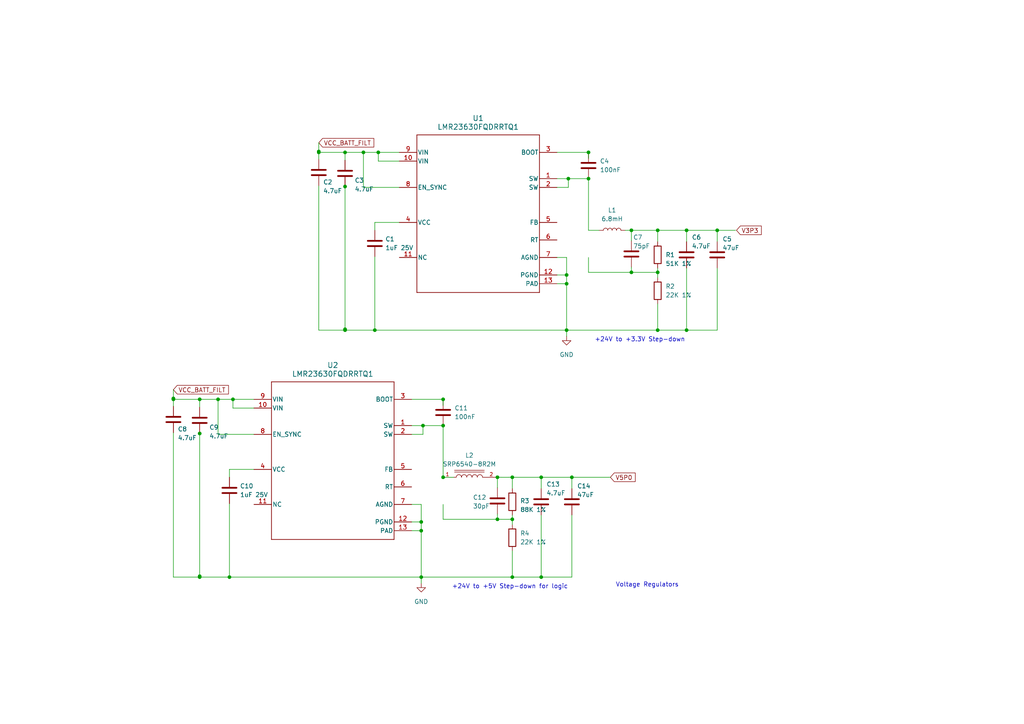
<source format=kicad_sch>
(kicad_sch (version 20230121) (generator eeschema)
  (paper "A4")
  (lib_symbols
    (symbol "Analog:SRP6540-8R2M" (pin_names (offset 1.016))
      (property "Reference" "L" (at -5.0891 3.8168 0))
      (property "Value" "SRP6540-8R2M" (at -4.7813 -3.8577 0))
      (symbol "SRP6540-8R2M_0_0"
        (arc (start -2.286 0) (mid -3.048 0.7587) (end -3.81 0) (stroke (width 0.1524)))
        (arc (start -0.762 0) (mid -1.524 0.7587) (end -2.286 0) (stroke (width 0.1524)))
        (polyline (pts (xy -3.81 0) (xy -5.08 0)) (stroke (width 0.1524)))
        (polyline (pts (xy 3.81 0) (xy 5.08 0)) (stroke (width 0.1524)))
        (polyline (pts (xy 4.318 1.524) (xy -4.318 1.524)) (stroke (width 0.1524)))
        (polyline (pts (xy 4.318 2.032) (xy -4.318 2.032)) (stroke (width 0.1524)))
        (arc (start 0.762 0) (mid 0 0.7587) (end -0.762 0) (stroke (width 0.1524)))
        (arc (start 2.286 0) (mid 1.524 0.7587) (end 0.762 0) (stroke (width 0.1524)))
        (arc (start 3.81 0) (mid 3.048 0.7587) (end 2.286 0) (stroke (width 0.1524)))
        (pin passive line (at -7.62 0 0) (length 2.54) (name "~") (number "1"))
        (pin passive line (at 7.62 0 180) (length 2.54) (name "~") (number "2"))
      )
    )
    (symbol "Device:C" (pin_numbers hide) (pin_names (offset 0.254))
      (property "Reference" "C" (at 0.635 2.54 0))
      (property "Value" "C" (at 0.635 -2.54 0))
      (symbol "C_0_1"
        (polyline (pts (xy -2.032 -0.762) (xy 2.032 -0.762)) (stroke (width 0.508)))
        (polyline (pts (xy -2.032 0.762) (xy 2.032 0.762)) (stroke (width 0.508)))
      )
      (symbol "C_1_1"
        (pin passive line (at 0 3.81 270) (length 2.794) (name "~") (number "1"))
        (pin passive line (at 0 -3.81 90) (length 2.794) (name "~") (number "2"))
      )
    )
    (symbol "Device:L" (pin_numbers hide) (pin_names (offset 1.016) hide)
      (property "Reference" "L" (at -1.27 0 90))
      (property "Value" "L" (at 1.905 0 90))
      (symbol "L_0_1"
        (arc (start 0 -2.54) (mid 0.6323 -1.905) (end 0 -1.27))
        (arc (start 0 -1.27) (mid 0.6323 -0.635) (end 0 0))
        (arc (start 0 0) (mid 0.6323 0.635) (end 0 1.27))
        (arc (start 0 1.27) (mid 0.6323 1.905) (end 0 2.54))
      )
      (symbol "L_1_1"
        (pin passive line (at 0 3.81 270) (length 1.27) (name "1") (number "1"))
        (pin passive line (at 0 -3.81 90) (length 1.27) (name "2") (number "2"))
      )
    )
    (symbol "Device:R" (pin_numbers hide) (pin_names (offset 0))
      (property "Reference" "R" (at 2.032 0 90))
      (property "Value" "R" (at 0 0 90))
      (symbol "R_0_1"
        (rectangle (start -1.016 -2.54) (end 1.016 2.54) (stroke (width 0.254)))
      )
      (symbol "R_1_1"
        (pin passive line (at 0 3.81 270) (length 1.27) (name "~") (number "1"))
        (pin passive line (at 0 -3.81 90) (length 1.27) (name "~") (number "2"))
      )
    )
    (symbol "Power_Management:LMR23630FQDRRTQ1" (pin_names (offset 0.254))
      (property "Reference" "U" (at 0 2.54 0))
      (property "Value" "LMR23630FQDRRTQ1" (at 0 0 0))
      (symbol "LMR23630FQDRRTQ1_0_1"
        (polyline (pts (xy -17.78 -22.86) (xy 17.78 -22.86)) (stroke (width 0.2032)))
        (polyline (pts (xy -17.78 22.86) (xy -17.78 -22.86)) (stroke (width 0.2032)))
        (polyline (pts (xy 17.78 -22.86) (xy 17.78 22.86)) (stroke (width 0.2032)))
        (polyline (pts (xy 17.78 22.86) (xy -17.78 22.86)) (stroke (width 0.2032)))
        (pin power_in line (at 22.86 10.16 180) (length 5.08) (name "SW") (number "1"))
        (pin power_in line (at -22.86 15.24 0) (length 5.08) (name "VIN") (number "10"))
        (pin power_in line (at -22.86 -12.7 0) (length 5.08) (name "NC") (number "11"))
        (pin power_in line (at 22.86 -17.78 180) (length 5.08) (name "PGND") (number "12"))
        (pin power_in line (at 22.86 -20.32 180) (length 5.08) (name "PAD") (number "13"))
        (pin power_in line (at 22.86 7.62 180) (length 5.08) (name "SW") (number "2"))
        (pin power_in line (at 22.86 17.78 180) (length 5.08) (name "BOOT") (number "3"))
        (pin power_in line (at -22.86 -2.54 0) (length 5.08) (name "VCC") (number "4"))
        (pin input line (at 22.86 -2.54 180) (length 5.08) (name "FB") (number "5"))
        (pin unspecified line (at 22.86 -7.62 180) (length 5.08) (name "RT") (number "6"))
        (pin power_in line (at 22.86 -12.7 180) (length 5.08) (name "AGND") (number "7"))
        (pin power_in line (at -22.86 7.62 0) (length 5.08) (name "EN_SYNC") (number "8"))
        (pin power_in line (at -22.86 17.78 0) (length 5.08) (name "VIN") (number "9"))
      )
    )
    (symbol "power:GND" (power) (pin_names (offset 0))
      (property "Value" "GND" (at 0 -3.81 0))
      (symbol "GND_0_1"
        (polyline (pts (xy 0 0) (xy 0 -1.27) (xy 1.27 -1.27) (xy 0 -2.54) (xy -1.27 -1.27) (xy 0 -1.27)))
      )
      (symbol "GND_1_1"
        (pin power_in line (at 0 0 270) (length 0) hide (name "GND") (number "1"))
      )
    )
  )
  (junction (at 165.862 138.43))
  (junction (at 122.682 123.444))
  (junction (at 199.136 66.802))
  (junction (at 109.728 44.196))
  (junction (at 66.548 167.386))
  (junction (at 100.076 44.196))
  (junction (at 148.59 167.386))
  (junction (at 190.754 78.994))
  (junction (at 122.174 153.924))
  (junction (at 128.524 115.824))
  (junction (at 128.524 123.444))
  (junction (at 208.026 66.802))
  (junction (at 156.972 167.386))
  (junction (at 100.076 95.758))
  (junction (at 164.338 79.756))
  (junction (at 190.754 66.802))
  (junction (at 164.338 82.296))
  (junction (at 105.41 44.196))
  (junction (at 144.272 150.622))
  (junction (at 148.59 138.43))
  (junction (at 67.564 115.824))
  (junction (at 190.754 95.758))
  (junction (at 199.136 95.758))
  (junction (at 144.272 138.43))
  (junction (at 164.338 95.758))
  (junction (at 57.912 125.73))
  (junction (at 170.688 44.196))
  (junction (at 164.846 51.816))
  (junction (at 148.59 150.622))
  (junction (at 183.134 78.994))
  (junction (at 100.076 95.504))
  (junction (at 128.524 138.43))
  (junction (at 156.972 138.43))
  (junction (at 122.174 151.384))
  (junction (at 100.076 54.102))
  (junction (at 57.912 115.824))
  (junction (at 108.712 95.758))
  (junction (at 183.134 66.802))
  (junction (at 63.246 115.824))
  (junction (at 92.456 44.196))
  (junction (at 122.174 167.386))
  (junction (at 92.456 43.942))
  (junction (at 170.688 51.816))
  (junction (at 50.292 115.57))
  (junction (at 57.912 167.132))
  (junction (at 57.912 167.386))
  (junction (at 50.292 115.824))
  (wire (pts (xy 57.912 115.824) (xy 57.912 118.11)))
  (wire (pts (xy 66.548 167.386) (xy 122.174 167.386)))
  (wire (pts (xy 119.38 115.824) (xy 128.524 115.824)))
  (wire (pts (xy 183.134 78.994) (xy 170.688 78.994)))
  (wire (pts (xy 144.272 149.098) (xy 144.272 150.622)))
  (wire (pts (xy 183.134 66.802) (xy 183.134 69.85)))
  (wire (pts (xy 128.524 123.444) (xy 128.524 138.43)))
  (wire (pts (xy 122.174 167.386) (xy 122.174 169.164)))
  (wire (pts (xy 122.174 167.386) (xy 148.59 167.386)))
  (wire (pts (xy 119.38 151.384) (xy 122.174 151.384)))
  (wire (pts (xy 208.026 66.802) (xy 208.026 70.104)))
  (wire (pts (xy 143.764 138.43) (xy 144.272 138.43)))
  (wire (pts (xy 105.41 44.196) (xy 100.076 44.196)))
  (wire (pts (xy 156.972 149.352) (xy 156.972 167.386)))
  (wire (pts (xy 115.824 54.356) (xy 105.41 54.356)))
  (wire (pts (xy 128.524 115.824) (xy 128.524 117.602)))
  (wire (pts (xy 190.754 66.802) (xy 190.754 70.104)))
  (wire (pts (xy 50.292 167.386) (xy 57.912 167.386)))
  (wire (pts (xy 67.564 115.824) (xy 63.246 115.824)))
  (wire (pts (xy 128.524 138.43) (xy 131.572 138.43)))
  (wire (pts (xy 115.824 64.516) (xy 108.712 64.516)))
  (wire (pts (xy 57.912 167.132) (xy 57.912 167.386)))
  (wire (pts (xy 170.688 74.676) (xy 170.688 78.994)))
  (wire (pts (xy 92.456 41.402) (xy 92.456 43.942)))
  (wire (pts (xy 161.544 82.296) (xy 164.338 82.296)))
  (wire (pts (xy 165.862 138.176) (xy 165.862 138.43)))
  (wire (pts (xy 208.026 66.548) (xy 208.026 66.802)))
  (wire (pts (xy 119.38 146.304) (xy 122.174 146.304)))
  (wire (pts (xy 190.754 95.758) (xy 199.136 95.758)))
  (wire (pts (xy 100.076 44.196) (xy 92.456 44.196)))
  (wire (pts (xy 100.076 54.102) (xy 100.076 95.504)))
  (wire (pts (xy 190.754 78.994) (xy 183.134 78.994)))
  (wire (pts (xy 164.846 51.816) (xy 170.688 51.816)))
  (wire (pts (xy 50.292 113.03) (xy 50.292 115.57)))
  (wire (pts (xy 57.912 125.476) (xy 57.912 125.73)))
  (wire (pts (xy 122.174 151.384) (xy 122.174 153.924)))
  (wire (pts (xy 208.026 66.802) (xy 213.36 66.802)))
  (wire (pts (xy 183.134 66.802) (xy 190.754 66.802)))
  (wire (pts (xy 100.076 95.758) (xy 108.712 95.758)))
  (wire (pts (xy 73.66 136.144) (xy 66.548 136.144)))
  (wire (pts (xy 109.728 44.196) (xy 109.728 46.736)))
  (wire (pts (xy 199.136 66.802) (xy 199.136 70.104)))
  (wire (pts (xy 73.66 118.364) (xy 67.564 118.364)))
  (wire (pts (xy 148.59 159.766) (xy 148.59 167.386)))
  (wire (pts (xy 57.912 125.73) (xy 57.912 167.132)))
  (wire (pts (xy 199.136 95.758) (xy 208.026 95.758)))
  (wire (pts (xy 57.912 167.132) (xy 58.166 167.132)))
  (wire (pts (xy 100.076 53.848) (xy 100.076 54.102)))
  (wire (pts (xy 122.682 123.444) (xy 128.524 123.444)))
  (wire (pts (xy 161.544 74.676) (xy 164.338 74.676)))
  (wire (pts (xy 57.912 167.386) (xy 66.548 167.386)))
  (wire (pts (xy 119.38 125.984) (xy 122.682 125.984)))
  (wire (pts (xy 208.026 77.724) (xy 208.026 95.758)))
  (wire (pts (xy 170.688 66.802) (xy 173.736 66.802)))
  (wire (pts (xy 164.338 74.676) (xy 164.338 79.756)))
  (wire (pts (xy 156.972 138.43) (xy 165.862 138.43)))
  (wire (pts (xy 50.038 115.57) (xy 50.292 115.57)))
  (wire (pts (xy 148.59 138.43) (xy 148.59 141.732)))
  (wire (pts (xy 50.292 115.57) (xy 50.292 115.824)))
  (wire (pts (xy 50.292 115.824) (xy 50.292 117.856)))
  (wire (pts (xy 128.524 123.19) (xy 128.524 123.444)))
  (wire (pts (xy 164.846 54.356) (xy 164.846 51.816)))
  (wire (pts (xy 92.456 44.196) (xy 92.456 46.228)))
  (wire (pts (xy 73.66 115.824) (xy 67.564 115.824)))
  (wire (pts (xy 108.712 95.758) (xy 164.338 95.758)))
  (wire (pts (xy 122.174 146.304) (xy 122.174 151.384)))
  (wire (pts (xy 57.912 115.824) (xy 50.292 115.824)))
  (wire (pts (xy 190.754 78.994) (xy 190.754 80.518)))
  (wire (pts (xy 92.202 43.942) (xy 92.456 43.942)))
  (wire (pts (xy 170.688 44.196) (xy 170.688 45.974)))
  (wire (pts (xy 73.66 125.984) (xy 63.246 125.984)))
  (wire (pts (xy 156.972 138.43) (xy 156.972 141.732)))
  (wire (pts (xy 108.712 74.422) (xy 108.712 95.758)))
  (wire (pts (xy 164.338 79.756) (xy 164.338 82.296)))
  (wire (pts (xy 92.456 43.942) (xy 92.456 44.196)))
  (wire (pts (xy 181.356 66.802) (xy 183.134 66.802)))
  (wire (pts (xy 164.338 95.758) (xy 190.754 95.758)))
  (wire (pts (xy 165.862 138.43) (xy 177.038 138.43)))
  (wire (pts (xy 128.524 150.622) (xy 144.272 150.622)))
  (wire (pts (xy 165.862 149.352) (xy 165.862 167.386)))
  (wire (pts (xy 105.41 54.356) (xy 105.41 44.196)))
  (wire (pts (xy 115.824 46.736) (xy 109.728 46.736)))
  (wire (pts (xy 161.544 44.196) (xy 170.688 44.196)))
  (wire (pts (xy 128.524 146.304) (xy 128.524 150.622)))
  (wire (pts (xy 190.754 88.138) (xy 190.754 95.758)))
  (wire (pts (xy 122.682 125.984) (xy 122.682 123.444)))
  (wire (pts (xy 63.246 115.824) (xy 57.912 115.824)))
  (wire (pts (xy 119.38 153.924) (xy 122.174 153.924)))
  (wire (pts (xy 119.38 123.444) (xy 122.682 123.444)))
  (wire (pts (xy 148.59 167.386) (xy 156.972 167.386)))
  (wire (pts (xy 190.754 66.802) (xy 199.136 66.802)))
  (wire (pts (xy 183.134 77.47) (xy 183.134 78.994)))
  (wire (pts (xy 144.272 138.43) (xy 148.59 138.43)))
  (wire (pts (xy 108.712 64.516) (xy 108.712 66.802)))
  (wire (pts (xy 144.272 150.622) (xy 148.59 150.622)))
  (wire (pts (xy 161.544 51.816) (xy 164.846 51.816)))
  (wire (pts (xy 109.728 44.196) (xy 105.41 44.196)))
  (wire (pts (xy 164.338 95.758) (xy 164.338 97.536)))
  (wire (pts (xy 115.824 44.196) (xy 109.728 44.196)))
  (wire (pts (xy 92.456 95.758) (xy 92.456 53.848)))
  (wire (pts (xy 100.076 95.504) (xy 100.076 95.758)))
  (wire (pts (xy 190.754 77.724) (xy 190.754 78.994)))
  (wire (pts (xy 144.272 138.43) (xy 144.272 141.478)))
  (wire (pts (xy 63.246 125.984) (xy 63.246 115.824)))
  (wire (pts (xy 100.076 95.504) (xy 100.33 95.504)))
  (wire (pts (xy 199.136 66.802) (xy 208.026 66.802)))
  (wire (pts (xy 148.59 138.43) (xy 156.972 138.43)))
  (wire (pts (xy 164.338 82.296) (xy 164.338 95.758)))
  (wire (pts (xy 50.292 167.386) (xy 50.292 125.476)))
  (wire (pts (xy 66.548 146.05) (xy 66.548 167.386)))
  (wire (pts (xy 156.972 167.386) (xy 165.862 167.386)))
  (wire (pts (xy 148.59 150.622) (xy 148.59 152.146)))
  (wire (pts (xy 66.548 136.144) (xy 66.548 138.43)))
  (wire (pts (xy 165.862 138.43) (xy 165.862 141.732)))
  (wire (pts (xy 92.456 95.758) (xy 100.076 95.758)))
  (wire (pts (xy 170.688 51.562) (xy 170.688 51.816)))
  (wire (pts (xy 67.564 115.824) (xy 67.564 118.364)))
  (wire (pts (xy 100.076 44.196) (xy 100.076 46.482)))
  (wire (pts (xy 199.136 77.724) (xy 199.136 95.758)))
  (wire (pts (xy 122.174 153.924) (xy 122.174 167.386)))
  (wire (pts (xy 148.59 149.352) (xy 148.59 150.622)))
  (wire (pts (xy 161.544 79.756) (xy 164.338 79.756)))
  (wire (pts (xy 161.544 54.356) (xy 164.846 54.356)))
  (wire (pts (xy 170.688 51.816) (xy 170.688 66.802)))
  (text "+24V to +3.3V Step-down\n" (at 172.466 99.314 0) (effects (font (size 1.27 1.27)) (justify left bottom)))
  (text "+24V to +5V Step-down for logic" (at 131.064 170.942 0) (effects (font (size 1.27 1.27)) (justify left bottom)))
  (text "Voltage Regulators\n" (at 178.562 170.434 0) (effects (font (size 1.27 1.27)) (justify left bottom)))
  (global_label "V3P3" (shape input) (at 213.614 66.802 0) (property "Intersheetrefs" "${INTERSHEET_REFS}" (effects hide)))
  (global_label "VCC_BATT_FILT" (shape input) (at 92.456 41.402 0) (property "Intersheetrefs" "${INTERSHEET_REFS}" (effects hide)))
  (global_label "VCC_BATT_FILT" (shape input) (at 50.292 113.03 0) (property "Intersheetrefs" "${INTERSHEET_REFS}" (effects hide)))
  (global_label "V5P0" (shape input) (at 177.038 138.43 0) (property "Intersheetrefs" "${INTERSHEET_REFS}" (effects hide)))
  (symbol (lib_id "Device:R") (at 148.59 145.542 0) (unit 1)
    (property "Reference" "R3" (at 150.876 145.288 0) (effects (justify left)))
    (property "Value" "88K 1%" (at 150.876 147.828 0) (effects (justify left)))
  )
  (symbol (lib_id "Device:R") (at 190.754 84.328 0) (unit 1)
    (property "Reference" "R2" (at 193.04 83.058 0) (effects (justify left)))
    (property "Value" "22K 1%" (at 193.04 85.598 0) (effects (justify left)))
  )
  (symbol (lib_id "Power_Management:LMR23630FQDRRTQ1") (at 138.684 61.976 0) (unit 1)
    (property "Reference" "U1" (at 138.684 34.29 0) (effects (font (size 1.524 1.524))))
    (property "Value" "LMR23630FQDRRTQ1" (at 138.684 36.83 0) (effects (font (size 1.524 1.524))))
    (property "Footprint" "DRR0012D" (effects hide))
    (property "Datasheet" "LMR23630FQDRRTQ1" (effects hide))
  )
  (symbol (lib_id "Device:L") (at 177.546 66.802 90) (unit 1)
    (property "Reference" "L1" (at 177.546 60.96 90))
    (property "Value" "6.8mH" (at 177.546 63.5 90))
  )
  (symbol (lib_id "Analog:SRP6540-8R2M") (at 136.144 138.43 0) (unit 1)
    (property "Reference" "L2" (at 136.144 132.08 0))
    (property "Value" "SRP6540-8R2M" (at 136.144 134.62 0))
    (property "Footprint" "SRP6540-8R2M:IND_SRP6540-8R2M" (effects hide))
    (property "MF" "Bourns" (effects hide))
    (property "MOUSER-PURCHASE-URL" "https://snapeda.com/shop?store=Mouser&id=1236997" (effects hide))
    (property "DESCRIPTION" "10µH Shielded Wirewound Inductor 4A 78.5mOhm Max Nonstandard" (effects hide))
    (property "PACKAGE" "Nonstandard Bourns" (effects hide))
    (property "PRICE" "None" (effects hide))
    (property "MP" "SRP6540-100M" (effects hide))
    (property "DIGIKEY-PURCHASE-URL" "https://snapeda.com/shop?store=DigiKey&id=1236997" (effects hide))
    (property "ARROW_ELECTRONICS-PURCHASE-URL" "https://snapeda.com/shop?store=Arrow+Electronics&id=1236997" (effects hide))
    (property "AVAILABILITY" "Good" (effects hide))
  )
  (symbol (lib_id "power:GND") (at 122.174 169.164 0) (unit 1)
    (property "Reference" "#PWR02" (effects hide))
    (property "Value" "GND" (at 122.174 174.498 0))
  )
  (symbol (lib_id "Device:C") (at 100.076 50.292 0) (unit 1)
    (property "Reference" "C3" (at 102.87 52.324 0) (effects (justify left)))
    (property "Value" "4.7uF" (at 102.87 54.864 0) (effects (justify left)))
  )
  (symbol (lib_id "Device:C") (at 156.972 145.542 0) (unit 1)
    (property "Reference" "C13" (at 158.496 140.462 0) (effects (justify left)))
    (property "Value" "4.7uF" (at 158.496 143.002 0) (effects (justify left)))
  )
  (symbol (lib_id "Power_Management:LMR23630FQDRRTQ1") (at 96.52 133.604 0) (unit 1)
    (property "Reference" "U2" (at 96.52 105.918 0) (effects (font (size 1.524 1.524))))
    (property "Value" "LMR23630FQDRRTQ1" (at 96.52 108.458 0) (effects (font (size 1.524 1.524))))
    (property "Footprint" "DRR0012D" (effects hide))
    (property "Datasheet" "LMR23630FQDRRTQ1" (effects hide))
  )
  (symbol (lib_id "Device:C") (at 57.912 121.92 0) (unit 1)
    (property "Reference" "C9" (at 60.706 123.952 0) (effects (justify left)))
    (property "Value" "4.7uF" (at 60.706 126.492 0) (effects (justify left)))
  )
  (symbol (lib_id "Device:R") (at 190.754 73.914 0) (unit 1)
    (property "Reference" "R1" (at 193.04 73.914 0) (effects (justify left)))
    (property "Value" "51K 1%" (at 193.04 76.454 0) (effects (justify left)))
  )
  (symbol (lib_id "Device:C") (at 170.688 48.006 0) (unit 1)
    (property "Reference" "C4" (at 173.99 46.736 0) (effects (justify left)))
    (property "Value" "100nF" (at 173.99 49.276 0) (effects (justify left)))
  )
  (symbol (lib_id "Device:C") (at 128.524 119.634 0) (unit 1)
    (property "Reference" "C11" (at 131.826 118.364 0) (effects (justify left)))
    (property "Value" "100nF" (at 131.826 120.904 0) (effects (justify left)))
  )
  (symbol (lib_id "Device:C") (at 165.862 145.542 0) (unit 1)
    (property "Reference" "C14" (at 167.386 140.97 0) (effects (justify left)))
    (property "Value" "47uF" (at 167.386 143.51 0) (effects (justify left)))
  )
  (symbol (lib_id "power:GND") (at 164.338 97.536 0) (unit 1)
    (property "Reference" "#PWR01" (effects hide))
    (property "Value" "GND" (at 164.338 102.87 0))
  )
  (symbol (lib_id "Device:C") (at 208.026 73.914 0) (unit 1)
    (property "Reference" "C5" (at 209.55 69.342 0) (effects (justify left)))
    (property "Value" "47uF" (at 209.55 71.882 0) (effects (justify left)))
  )
  (symbol (lib_id "Device:C") (at 108.712 70.612 0) (unit 1)
    (property "Reference" "C1" (at 111.76 69.342 0) (effects (justify left)))
    (property "Value" "1uF 25V" (at 111.76 71.882 0) (effects (justify left)))
  )
  (symbol (lib_id "Device:C") (at 199.136 73.914 0) (unit 1)
    (property "Reference" "C6" (at 200.66 68.834 0) (effects (justify left)))
    (property "Value" "4.7uF" (at 200.66 71.374 0) (effects (justify left)))
  )
  (symbol (lib_id "Device:C") (at 50.292 121.666 0) (unit 1)
    (property "Reference" "C8" (at 51.562 124.46 0) (effects (justify left)))
    (property "Value" "4.7uF" (at 51.562 127 0) (effects (justify left)))
  )
  (symbol (lib_id "Device:C") (at 92.456 50.038 0) (unit 1)
    (property "Reference" "C2" (at 93.726 52.832 0) (effects (justify left)))
    (property "Value" "4.7uF" (at 93.726 55.372 0) (effects (justify left)))
  )
  (symbol (lib_id "Device:C") (at 144.272 145.288 0) (unit 1)
    (property "Reference" "C12" (at 137.16 144.272 0) (effects (justify left)))
    (property "Value" "30pF" (at 137.16 146.812 0) (effects (justify left)))
  )
  (symbol (lib_id "Device:C") (at 183.134 73.66 0) (unit 1)
    (property "Reference" "C7" (at 183.642 68.834 0) (effects (justify left)))
    (property "Value" "75pF" (at 183.642 71.374 0) (effects (justify left)))
  )
  (symbol (lib_id "Device:C") (at 66.548 142.24 0) (unit 1)
    (property "Reference" "C10" (at 69.596 140.97 0) (effects (justify left)))
    (property "Value" "1uF 25V" (at 69.596 143.51 0) (effects (justify left)))
  )
  (symbol (lib_id "Device:R") (at 148.59 155.956 0) (unit 1)
    (property "Reference" "R4" (at 150.876 154.686 0) (effects (justify left)))
    (property "Value" "22K 1%" (at 150.876 157.226 0) (effects (justify left)))
  )
)
</source>
